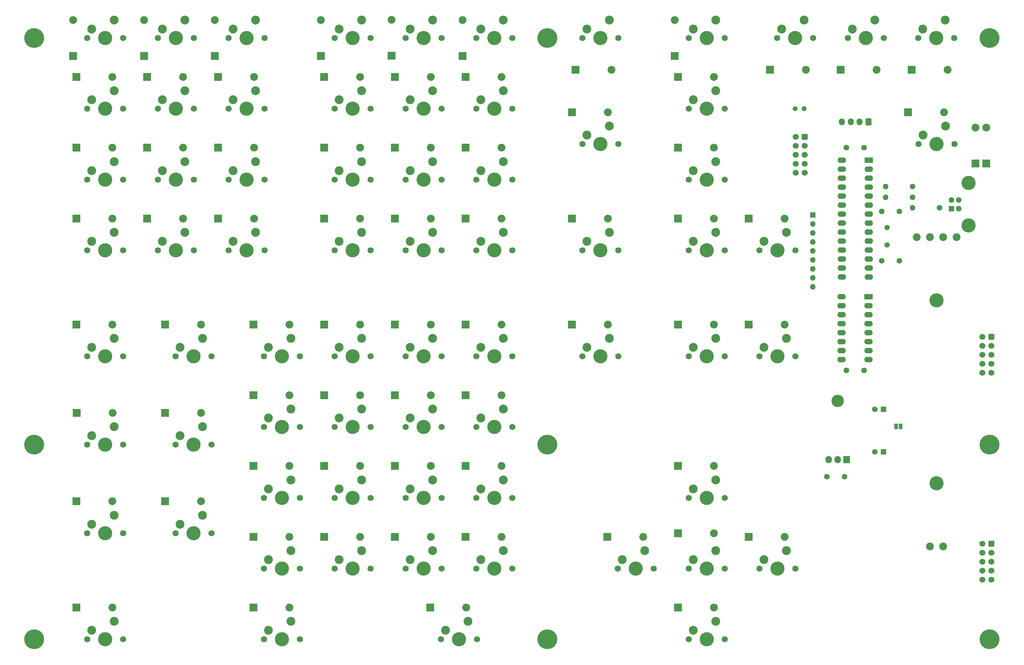
<source format=gbr>
%TF.GenerationSoftware,KiCad,Pcbnew,7.0.5*%
%TF.CreationDate,2023-09-10T17:56:05+02:00*%
%TF.ProjectId,CMD_Board,434d445f-426f-4617-9264-2e6b69636164,rev?*%
%TF.SameCoordinates,Original*%
%TF.FileFunction,Soldermask,Bot*%
%TF.FilePolarity,Negative*%
%FSLAX46Y46*%
G04 Gerber Fmt 4.6, Leading zero omitted, Abs format (unit mm)*
G04 Created by KiCad (PCBNEW 7.0.5) date 2023-09-10 17:56:05*
%MOMM*%
%LPD*%
G01*
G04 APERTURE LIST*
G04 Aperture macros list*
%AMRoundRect*
0 Rectangle with rounded corners*
0 $1 Rounding radius*
0 $2 $3 $4 $5 $6 $7 $8 $9 X,Y pos of 4 corners*
0 Add a 4 corners polygon primitive as box body*
4,1,4,$2,$3,$4,$5,$6,$7,$8,$9,$2,$3,0*
0 Add four circle primitives for the rounded corners*
1,1,$1+$1,$2,$3*
1,1,$1+$1,$4,$5*
1,1,$1+$1,$6,$7*
1,1,$1+$1,$8,$9*
0 Add four rect primitives between the rounded corners*
20,1,$1+$1,$2,$3,$4,$5,0*
20,1,$1+$1,$4,$5,$6,$7,0*
20,1,$1+$1,$6,$7,$8,$9,0*
20,1,$1+$1,$8,$9,$2,$3,0*%
G04 Aperture macros list end*
%ADD10R,1.000000X1.500000*%
%ADD11R,2.200000X2.200000*%
%ADD12O,2.200000X2.200000*%
%ADD13C,1.750000*%
%ADD14C,4.000000*%
%ADD15C,2.500000*%
%ADD16C,5.600000*%
%ADD17C,2.200000*%
%ADD18RoundRect,0.250000X0.600000X0.600000X-0.600000X0.600000X-0.600000X-0.600000X0.600000X-0.600000X0*%
%ADD19C,1.700000*%
%ADD20R,1.600000X1.600000*%
%ADD21C,1.600000*%
%ADD22C,1.400000*%
%ADD23O,1.400000X1.400000*%
%ADD24O,1.600000X1.600000*%
%ADD25C,1.500000*%
%ADD26O,3.500000X3.500000*%
%ADD27R,1.905000X2.000000*%
%ADD28O,1.905000X2.000000*%
%ADD29RoundRect,0.250000X0.600000X0.725000X-0.600000X0.725000X-0.600000X-0.725000X0.600000X-0.725000X0*%
%ADD30O,1.700000X1.950000*%
%ADD31R,2.400000X1.600000*%
%ADD32O,2.400000X1.600000*%
G04 APERTURE END LIST*
D10*
%TO.C,JP1*%
X289840000Y-129808000D03*
X288540000Y-129808000D03*
%TD*%
D11*
%TO.C,D58*%
X106920000Y-181000000D03*
D12*
X117080000Y-181000000D03*
%TD*%
D11*
%TO.C,D70*%
X246920000Y-161000000D03*
D12*
X257080000Y-161000000D03*
%TD*%
D13*
%TO.C,SW14*%
X149920000Y-20000000D03*
D14*
X155000000Y-20000000D03*
D13*
X160080000Y-20000000D03*
D15*
X151190000Y-17460000D03*
X157540000Y-14920000D03*
%TD*%
D13*
%TO.C,SW11*%
X79920000Y-80000000D03*
D14*
X85000000Y-80000000D03*
D13*
X90080000Y-80000000D03*
D15*
X81190000Y-77460000D03*
X87540000Y-74920000D03*
%TD*%
D13*
%TO.C,SW25*%
X199920000Y-20000000D03*
D14*
X205000000Y-20000000D03*
D13*
X210080000Y-20000000D03*
D15*
X201190000Y-17460000D03*
X207540000Y-14920000D03*
%TD*%
D16*
%TO.C,H2*%
X315000000Y-135000000D03*
%TD*%
D13*
%TO.C,SW56*%
X109920000Y-190000000D03*
D14*
X115000000Y-190000000D03*
D13*
X120080000Y-190000000D03*
D15*
X111190000Y-187460000D03*
X117540000Y-184920000D03*
%TD*%
D11*
%TO.C,D71*%
X226920000Y-181000000D03*
D12*
X237080000Y-181000000D03*
%TD*%
D11*
%TO.C,D44*%
X106920000Y-141000000D03*
D12*
X117080000Y-141000000D03*
%TD*%
D11*
%TO.C,D42*%
X106920000Y-101000000D03*
D12*
X117080000Y-101000000D03*
%TD*%
D13*
%TO.C,SW54*%
X169920000Y-150000000D03*
D14*
X175000000Y-150000000D03*
D13*
X180080000Y-150000000D03*
D15*
X171190000Y-147460000D03*
X177540000Y-144920000D03*
%TD*%
D13*
%TO.C,SW6*%
X99920000Y-40000000D03*
D14*
X105000000Y-40000000D03*
D13*
X110080000Y-40000000D03*
D15*
X101190000Y-37460000D03*
X107540000Y-34920000D03*
%TD*%
D11*
%TO.C,D14*%
X126000000Y-25080000D03*
D12*
X126000000Y-14920000D03*
%TD*%
D13*
%TO.C,SW52*%
X169920000Y-110000000D03*
D14*
X175000000Y-110000000D03*
D13*
X180080000Y-110000000D03*
D15*
X171190000Y-107460000D03*
X177540000Y-104920000D03*
%TD*%
D13*
%TO.C,SW20*%
X149920000Y-60000000D03*
D14*
X155000000Y-60000000D03*
D13*
X160080000Y-60000000D03*
D15*
X151190000Y-57460000D03*
X157540000Y-54920000D03*
%TD*%
D13*
%TO.C,SW12*%
X99920000Y-80000000D03*
D14*
X105000000Y-80000000D03*
D13*
X110080000Y-80000000D03*
D15*
X101190000Y-77460000D03*
X107540000Y-74920000D03*
%TD*%
D13*
%TO.C,SW35*%
X59920000Y-160000000D03*
D14*
X65000000Y-160000000D03*
D13*
X70080000Y-160000000D03*
D15*
X61190000Y-157460000D03*
X67540000Y-154920000D03*
%TD*%
D11*
%TO.C,D21*%
X126920000Y-51000000D03*
D12*
X137080000Y-51000000D03*
%TD*%
D13*
%TO.C,SW19*%
X129920000Y-60000000D03*
D14*
X135000000Y-60000000D03*
D13*
X140080000Y-60000000D03*
D15*
X131190000Y-57460000D03*
X137540000Y-54920000D03*
%TD*%
D11*
%TO.C,D40*%
X81920000Y-151000000D03*
D12*
X92080000Y-151000000D03*
%TD*%
D13*
%TO.C,SW28*%
X229920000Y-20000000D03*
D14*
X235000000Y-20000000D03*
D13*
X240080000Y-20000000D03*
D15*
X231190000Y-17460000D03*
X237540000Y-14920000D03*
%TD*%
D13*
%TO.C,SW26*%
X199920000Y-50000000D03*
D14*
X205000000Y-50000000D03*
D13*
X210080000Y-50000000D03*
D15*
X201190000Y-47460000D03*
X207540000Y-44920000D03*
%TD*%
D13*
%TO.C,SW13*%
X129920000Y-20000000D03*
D14*
X135000000Y-20000000D03*
D13*
X140080000Y-20000000D03*
D15*
X131190000Y-17460000D03*
X137540000Y-14920000D03*
%TD*%
D11*
%TO.C,D68*%
X206920000Y-161000000D03*
D12*
X217080000Y-161000000D03*
%TD*%
D11*
%TO.C,D17*%
X126920000Y-31000000D03*
D12*
X137080000Y-31000000D03*
%TD*%
D11*
%TO.C,D56*%
X166920000Y-141000000D03*
D12*
X177080000Y-141000000D03*
%TD*%
D13*
%TO.C,SW32*%
X249920000Y-80000000D03*
D14*
X255000000Y-80000000D03*
D13*
X260080000Y-80000000D03*
D15*
X251190000Y-77460000D03*
X257540000Y-74920000D03*
%TD*%
D13*
%TO.C,SW1*%
X59920000Y-20000000D03*
D14*
X65000000Y-20000000D03*
D13*
X70080000Y-20000000D03*
D15*
X61190000Y-17460000D03*
X67540000Y-14920000D03*
%TD*%
D11*
%TO.C,D49*%
X126920000Y-161000000D03*
D12*
X137080000Y-161000000D03*
%TD*%
D13*
%TO.C,SW3*%
X99920000Y-20000000D03*
D14*
X105000000Y-20000000D03*
D13*
X110080000Y-20000000D03*
D15*
X101190000Y-17460000D03*
X107540000Y-14920000D03*
%TD*%
D11*
%TO.C,D60*%
X196920000Y-101000000D03*
D12*
X207080000Y-101000000D03*
%TD*%
D13*
%TO.C,SW24*%
X169920000Y-80000000D03*
D14*
X175000000Y-80000000D03*
D13*
X180080000Y-80000000D03*
D15*
X171190000Y-77460000D03*
X177540000Y-74920000D03*
%TD*%
D11*
%TO.C,D29*%
X196920000Y-71000000D03*
D12*
X207080000Y-71000000D03*
%TD*%
D13*
%TO.C,SW60*%
X249920000Y-110000000D03*
D14*
X255000000Y-110000000D03*
D13*
X260080000Y-110000000D03*
D15*
X251190000Y-107460000D03*
X257540000Y-104920000D03*
%TD*%
D11*
%TO.C,D23*%
X166920000Y-51000000D03*
D12*
X177080000Y-51000000D03*
%TD*%
D11*
%TO.C,D52*%
X146920000Y-141000000D03*
D12*
X157080000Y-141000000D03*
%TD*%
D13*
%TO.C,SW68*%
X249920000Y-170000000D03*
D14*
X255000000Y-170000000D03*
D13*
X260080000Y-170000000D03*
D15*
X251190000Y-167460000D03*
X257540000Y-164920000D03*
%TD*%
D11*
%TO.C,D30*%
X226000000Y-25080000D03*
D12*
X226000000Y-14920000D03*
%TD*%
D13*
%TO.C,SW69*%
X229920000Y-190000000D03*
D14*
X235000000Y-190000000D03*
D13*
X240080000Y-190000000D03*
D15*
X231190000Y-187460000D03*
X237540000Y-184920000D03*
%TD*%
D16*
%TO.C,H5*%
X190000000Y-190000000D03*
%TD*%
D11*
%TO.C,D27*%
X197920000Y-29000000D03*
D12*
X208080000Y-29000000D03*
%TD*%
D11*
%TO.C,D31*%
X226920000Y-31000000D03*
D12*
X237080000Y-31000000D03*
%TD*%
D13*
%TO.C,SW57*%
X159920000Y-190000000D03*
D14*
X165000000Y-190000000D03*
D13*
X170080000Y-190000000D03*
D15*
X161190000Y-187460000D03*
X167540000Y-184920000D03*
%TD*%
D11*
%TO.C,D62*%
X246920000Y-101000000D03*
D12*
X257080000Y-101000000D03*
%TD*%
D13*
%TO.C,SW4*%
X59920000Y-40000000D03*
D14*
X65000000Y-40000000D03*
D13*
X70080000Y-40000000D03*
D15*
X61190000Y-37460000D03*
X67540000Y-34920000D03*
%TD*%
D13*
%TO.C,SW51*%
X149920000Y-170000000D03*
D14*
X155000000Y-170000000D03*
D13*
X160080000Y-170000000D03*
D15*
X151190000Y-167460000D03*
X157540000Y-164920000D03*
%TD*%
D13*
%TO.C,SW34*%
X59920000Y-135000000D03*
D14*
X65000000Y-135000000D03*
D13*
X70080000Y-135000000D03*
D15*
X61190000Y-132460000D03*
X67540000Y-129920000D03*
%TD*%
D11*
%TO.C,D67*%
X291920000Y-41000000D03*
D12*
X302080000Y-41000000D03*
%TD*%
D13*
%TO.C,SW66*%
X209920000Y-170000000D03*
D14*
X215000000Y-170000000D03*
D13*
X220080000Y-170000000D03*
D15*
X211190000Y-167460000D03*
X217540000Y-164920000D03*
%TD*%
D11*
%TO.C,D22*%
X146920000Y-51000000D03*
D12*
X157080000Y-51000000D03*
%TD*%
D13*
%TO.C,SW16*%
X129920000Y-40000000D03*
D14*
X135000000Y-40000000D03*
D13*
X140080000Y-40000000D03*
D15*
X131190000Y-37460000D03*
X137540000Y-34920000D03*
%TD*%
D11*
%TO.C,D9*%
X76920000Y-51000000D03*
D12*
X87080000Y-51000000D03*
%TD*%
D13*
%TO.C,SW22*%
X129920000Y-80000000D03*
D14*
X135000000Y-80000000D03*
D13*
X140080000Y-80000000D03*
D15*
X131190000Y-77460000D03*
X137540000Y-74920000D03*
%TD*%
D13*
%TO.C,SW17*%
X149920000Y-40000000D03*
D14*
X155000000Y-40000000D03*
D13*
X160080000Y-40000000D03*
D15*
X151190000Y-37460000D03*
X157540000Y-34920000D03*
%TD*%
D16*
%TO.C,H3*%
X190000000Y-135000000D03*
%TD*%
D13*
%TO.C,SW50*%
X149920000Y-150000000D03*
D14*
X155000000Y-150000000D03*
D13*
X160080000Y-150000000D03*
D15*
X151190000Y-147460000D03*
X157540000Y-144920000D03*
%TD*%
D13*
%TO.C,SW42*%
X109920000Y-150000000D03*
D14*
X115000000Y-150000000D03*
D13*
X120080000Y-150000000D03*
D15*
X111190000Y-147460000D03*
X117540000Y-144920000D03*
%TD*%
D13*
%TO.C,SW65*%
X294920000Y-50000000D03*
D14*
X300000000Y-50000000D03*
D13*
X305080000Y-50000000D03*
D15*
X296190000Y-47460000D03*
X302540000Y-44920000D03*
%TD*%
D11*
%TO.C,D69*%
X226920000Y-160000000D03*
D12*
X237080000Y-160000000D03*
%TD*%
D13*
%TO.C,SW33*%
X59920000Y-110000000D03*
D14*
X65000000Y-110000000D03*
D13*
X70080000Y-110000000D03*
D15*
X61190000Y-107460000D03*
X67540000Y-104920000D03*
%TD*%
D11*
%TO.C,D6*%
X76920000Y-31000000D03*
D12*
X87080000Y-31000000D03*
%TD*%
D13*
%TO.C,SW53*%
X169920000Y-130000000D03*
D14*
X175000000Y-130000000D03*
D13*
X180080000Y-130000000D03*
D15*
X171190000Y-127460000D03*
X177540000Y-124920000D03*
%TD*%
D13*
%TO.C,SW23*%
X149920000Y-80000000D03*
D14*
X155000000Y-80000000D03*
D13*
X160080000Y-80000000D03*
D15*
X151190000Y-77460000D03*
X157540000Y-74920000D03*
%TD*%
D11*
%TO.C,D59*%
X156920000Y-181000000D03*
D12*
X167080000Y-181000000D03*
%TD*%
D11*
%TO.C,D13*%
X96920000Y-71000000D03*
D12*
X107080000Y-71000000D03*
%TD*%
D13*
%TO.C,SW58*%
X199920000Y-110000000D03*
D14*
X205000000Y-110000000D03*
D13*
X210080000Y-110000000D03*
D15*
X201190000Y-107460000D03*
X207540000Y-104920000D03*
%TD*%
D13*
%TO.C,SW29*%
X229920000Y-40000000D03*
D14*
X235000000Y-40000000D03*
D13*
X240080000Y-40000000D03*
D15*
X231190000Y-37460000D03*
X237540000Y-34920000D03*
%TD*%
D13*
%TO.C,SW36*%
X84920000Y-110000000D03*
D14*
X90000000Y-110000000D03*
D13*
X95080000Y-110000000D03*
D15*
X86190000Y-107460000D03*
X92540000Y-104920000D03*
%TD*%
D13*
%TO.C,SW49*%
X149920000Y-130000000D03*
D14*
X155000000Y-130000000D03*
D13*
X160080000Y-130000000D03*
D15*
X151190000Y-127460000D03*
X157540000Y-124920000D03*
%TD*%
D13*
%TO.C,SW45*%
X129920000Y-130000000D03*
D14*
X135000000Y-130000000D03*
D13*
X140080000Y-130000000D03*
D15*
X131190000Y-127460000D03*
X137540000Y-124920000D03*
%TD*%
D11*
%TO.C,D51*%
X146920000Y-121000000D03*
D12*
X157080000Y-121000000D03*
%TD*%
D13*
%TO.C,SW37*%
X84920000Y-135000000D03*
D14*
X90000000Y-135000000D03*
D13*
X95080000Y-135000000D03*
D15*
X86190000Y-132460000D03*
X92540000Y-129920000D03*
%TD*%
D11*
%TO.C,D8*%
X56920000Y-51000000D03*
D12*
X67080000Y-51000000D03*
%TD*%
D13*
%TO.C,SW9*%
X99920000Y-60000000D03*
D14*
X105000000Y-60000000D03*
D13*
X110080000Y-60000000D03*
D15*
X101190000Y-57460000D03*
X107540000Y-54920000D03*
%TD*%
D13*
%TO.C,SW55*%
X169920000Y-170000000D03*
D14*
X175000000Y-170000000D03*
D13*
X180080000Y-170000000D03*
D15*
X171190000Y-167460000D03*
X177540000Y-164920000D03*
%TD*%
D11*
%TO.C,D45*%
X106920000Y-161000000D03*
D12*
X117080000Y-161000000D03*
%TD*%
D11*
%TO.C,D63*%
X252920000Y-29000000D03*
D12*
X263080000Y-29000000D03*
%TD*%
D11*
%TO.C,D47*%
X126920000Y-121000000D03*
D12*
X137080000Y-121000000D03*
%TD*%
D11*
%TO.C,D5*%
X56920000Y-31000000D03*
D12*
X67080000Y-31000000D03*
%TD*%
D11*
%TO.C,D53*%
X146920000Y-161000000D03*
D12*
X157080000Y-161000000D03*
%TD*%
D13*
%TO.C,SW15*%
X169920000Y-20000000D03*
D14*
X175000000Y-20000000D03*
D13*
X180080000Y-20000000D03*
D15*
X171190000Y-17460000D03*
X177540000Y-14920000D03*
%TD*%
D11*
%TO.C,D7*%
X96920000Y-31000000D03*
D12*
X107080000Y-31000000D03*
%TD*%
D11*
%TO.C,D26*%
X166920000Y-71000000D03*
D12*
X177080000Y-71000000D03*
%TD*%
D13*
%TO.C,SW63*%
X229920000Y-150000000D03*
D14*
X235000000Y-150000000D03*
D13*
X240080000Y-150000000D03*
D15*
X231190000Y-147460000D03*
X237540000Y-144920000D03*
%TD*%
D13*
%TO.C,SW8*%
X79920000Y-60000000D03*
D14*
X85000000Y-60000000D03*
D13*
X90080000Y-60000000D03*
D15*
X81190000Y-57460000D03*
X87540000Y-54920000D03*
%TD*%
D13*
%TO.C,SW18*%
X169920000Y-40000000D03*
D14*
X175000000Y-40000000D03*
D13*
X180080000Y-40000000D03*
D15*
X171190000Y-37460000D03*
X177540000Y-34920000D03*
%TD*%
D16*
%TO.C,H2*%
X190000000Y-20000000D03*
%TD*%
D11*
%TO.C,D32*%
X226920000Y-51000000D03*
D12*
X237080000Y-51000000D03*
%TD*%
D16*
%TO.C,H1*%
X45000000Y-135000000D03*
%TD*%
D11*
%TO.C,D41*%
X56920000Y-181000000D03*
D12*
X67080000Y-181000000D03*
%TD*%
D13*
%TO.C,SW62*%
X274920000Y-20000000D03*
D14*
X280000000Y-20000000D03*
D13*
X285080000Y-20000000D03*
D15*
X276190000Y-17460000D03*
X282540000Y-14920000D03*
%TD*%
D13*
%TO.C,SW47*%
X129920000Y-170000000D03*
D14*
X135000000Y-170000000D03*
D13*
X140080000Y-170000000D03*
D15*
X131190000Y-167460000D03*
X137540000Y-164920000D03*
%TD*%
D11*
%TO.C,D66*%
X292920000Y-29000000D03*
D12*
X303080000Y-29000000D03*
%TD*%
D16*
%TO.C,H4*%
X45000000Y-20000000D03*
%TD*%
D11*
%TO.C,D28*%
X196920000Y-41000000D03*
D12*
X207080000Y-41000000D03*
%TD*%
D13*
%TO.C,SW61*%
X254920000Y-20000000D03*
D14*
X260000000Y-20000000D03*
D13*
X265080000Y-20000000D03*
D15*
X256190000Y-17460000D03*
X262540000Y-14920000D03*
%TD*%
D11*
%TO.C,D57*%
X166920000Y-161000000D03*
D12*
X177080000Y-161000000D03*
%TD*%
D11*
%TO.C,D46*%
X126920000Y-101000000D03*
D12*
X137080000Y-101000000D03*
%TD*%
D11*
%TO.C,D64*%
X272920000Y-29000000D03*
D12*
X283080000Y-29000000D03*
%TD*%
D11*
%TO.C,D4*%
X96000000Y-25080000D03*
D12*
X96000000Y-14920000D03*
%TD*%
D13*
%TO.C,SW43*%
X109920000Y-170000000D03*
D14*
X115000000Y-170000000D03*
D13*
X120080000Y-170000000D03*
D15*
X111190000Y-167460000D03*
X117540000Y-164920000D03*
%TD*%
D11*
%TO.C,D65*%
X226920000Y-141000000D03*
D12*
X237080000Y-141000000D03*
%TD*%
D11*
%TO.C,D24*%
X126920000Y-71000000D03*
D12*
X137080000Y-71000000D03*
%TD*%
D13*
%TO.C,SW27*%
X199920000Y-80000000D03*
D14*
X205000000Y-80000000D03*
D13*
X210080000Y-80000000D03*
D15*
X201190000Y-77460000D03*
X207540000Y-74920000D03*
%TD*%
D11*
%TO.C,D35*%
X56920000Y-101000000D03*
D12*
X67080000Y-101000000D03*
%TD*%
D13*
%TO.C,SW40*%
X109920000Y-110000000D03*
D14*
X115000000Y-110000000D03*
D13*
X120080000Y-110000000D03*
D15*
X111190000Y-107460000D03*
X117540000Y-104920000D03*
%TD*%
D16*
%TO.C,H6*%
X45000000Y-190000000D03*
%TD*%
D11*
%TO.C,D43*%
X106920000Y-121000000D03*
D12*
X117080000Y-121000000D03*
%TD*%
D11*
%TO.C,D12*%
X76920000Y-71000000D03*
D12*
X87080000Y-71000000D03*
%TD*%
D13*
%TO.C,SW31*%
X229920000Y-80000000D03*
D14*
X235000000Y-80000000D03*
D13*
X240080000Y-80000000D03*
D15*
X231190000Y-77460000D03*
X237540000Y-74920000D03*
%TD*%
D16*
%TO.C,H2*%
X315000000Y-190000000D03*
%TD*%
D13*
%TO.C,SW64*%
X294840000Y-20000000D03*
D14*
X299920000Y-20000000D03*
D13*
X305000000Y-20000000D03*
D15*
X296110000Y-17460000D03*
X302460000Y-14920000D03*
%TD*%
D11*
%TO.C,D20*%
X166920000Y-31000000D03*
D12*
X177080000Y-31000000D03*
%TD*%
D16*
%TO.C,H2*%
X315000000Y-20000000D03*
%TD*%
D11*
%TO.C,D33*%
X226920000Y-71000000D03*
D12*
X237080000Y-71000000D03*
%TD*%
D11*
%TO.C,D34*%
X246920000Y-71000000D03*
D12*
X257080000Y-71000000D03*
%TD*%
D11*
%TO.C,D55*%
X166920000Y-121000000D03*
D12*
X177080000Y-121000000D03*
%TD*%
D13*
%TO.C,SW10*%
X59920000Y-80000000D03*
D14*
X65000000Y-80000000D03*
D13*
X70080000Y-80000000D03*
D15*
X61190000Y-77460000D03*
X67540000Y-74920000D03*
%TD*%
D11*
%TO.C,D2*%
X56000000Y-25080000D03*
D12*
X56000000Y-14920000D03*
%TD*%
D11*
%TO.C,D15*%
X146000000Y-25000000D03*
D12*
X146000000Y-14840000D03*
%TD*%
D11*
%TO.C,D36*%
X57000000Y-126000000D03*
D12*
X67160000Y-126000000D03*
%TD*%
D11*
%TO.C,D10*%
X96920000Y-51000000D03*
D12*
X107080000Y-51000000D03*
%TD*%
D13*
%TO.C,SW7*%
X59920000Y-60000000D03*
D14*
X65000000Y-60000000D03*
D13*
X70080000Y-60000000D03*
D15*
X61190000Y-57460000D03*
X67540000Y-54920000D03*
%TD*%
D13*
%TO.C,SW38*%
X84920000Y-160000000D03*
D14*
X90000000Y-160000000D03*
D13*
X95080000Y-160000000D03*
D15*
X86190000Y-157460000D03*
X92540000Y-154920000D03*
%TD*%
D11*
%TO.C,D50*%
X146920000Y-101000000D03*
D12*
X157080000Y-101000000D03*
%TD*%
D11*
%TO.C,D19*%
X146920000Y-31000000D03*
D12*
X157080000Y-31000000D03*
%TD*%
D13*
%TO.C,SW30*%
X229920000Y-60000000D03*
D14*
X235000000Y-60000000D03*
D13*
X240080000Y-60000000D03*
D15*
X231190000Y-57460000D03*
X237540000Y-54920000D03*
%TD*%
D13*
%TO.C,SW21*%
X169920000Y-60000000D03*
D14*
X175000000Y-60000000D03*
D13*
X180080000Y-60000000D03*
D15*
X171190000Y-57460000D03*
X177540000Y-54920000D03*
%TD*%
D11*
%TO.C,D38*%
X81920000Y-101000000D03*
D12*
X92080000Y-101000000D03*
%TD*%
D11*
%TO.C,D48*%
X126920000Y-141000000D03*
D12*
X137080000Y-141000000D03*
%TD*%
D13*
%TO.C,SW67*%
X229920000Y-170000000D03*
D14*
X235000000Y-170000000D03*
D13*
X240080000Y-170000000D03*
D15*
X231190000Y-167460000D03*
X237540000Y-164920000D03*
%TD*%
D11*
%TO.C,D3*%
X76000000Y-25080000D03*
D12*
X76000000Y-14920000D03*
%TD*%
D11*
%TO.C,D54*%
X166920000Y-101000000D03*
D12*
X177080000Y-101000000D03*
%TD*%
D11*
%TO.C,D11*%
X56920000Y-71000000D03*
D12*
X67080000Y-71000000D03*
%TD*%
D11*
%TO.C,D37*%
X56920000Y-151000000D03*
D12*
X67080000Y-151000000D03*
%TD*%
D13*
%TO.C,SW46*%
X129920000Y-150000000D03*
D14*
X135000000Y-150000000D03*
D13*
X140080000Y-150000000D03*
D15*
X131190000Y-147460000D03*
X137540000Y-144920000D03*
%TD*%
D13*
%TO.C,SW41*%
X109920000Y-130000000D03*
D14*
X115000000Y-130000000D03*
D13*
X120080000Y-130000000D03*
D15*
X111190000Y-127460000D03*
X117540000Y-124920000D03*
%TD*%
D13*
%TO.C,SW5*%
X79920000Y-40000000D03*
D14*
X85000000Y-40000000D03*
D13*
X90080000Y-40000000D03*
D15*
X81190000Y-37460000D03*
X87540000Y-34920000D03*
%TD*%
D11*
%TO.C,D25*%
X146920000Y-71000000D03*
D12*
X157080000Y-71000000D03*
%TD*%
D11*
%TO.C,D61*%
X226920000Y-101000000D03*
D12*
X237080000Y-101000000D03*
%TD*%
D17*
%TO.C,RV1*%
X298120000Y-76250000D03*
X294370000Y-76250000D03*
X298120000Y-163750000D03*
X301880000Y-76250000D03*
X305630000Y-76250000D03*
X301880000Y-163750000D03*
D14*
X300000000Y-94150000D03*
X300000000Y-145850000D03*
%TD*%
D13*
%TO.C,SW44*%
X129920000Y-110000000D03*
D14*
X135000000Y-110000000D03*
D13*
X140080000Y-110000000D03*
D15*
X131190000Y-107460000D03*
X137540000Y-104920000D03*
%TD*%
D11*
%TO.C,D39*%
X81920000Y-126000000D03*
D12*
X92080000Y-126000000D03*
%TD*%
D13*
%TO.C,SW39*%
X59920000Y-190000000D03*
D14*
X65000000Y-190000000D03*
D13*
X70080000Y-190000000D03*
D15*
X61190000Y-187460000D03*
X67540000Y-184920000D03*
%TD*%
D13*
%TO.C,SW48*%
X149920000Y-110000000D03*
D14*
X155000000Y-110000000D03*
D13*
X160080000Y-110000000D03*
D15*
X151190000Y-107460000D03*
X157540000Y-104920000D03*
%TD*%
D11*
%TO.C,D16*%
X166000000Y-25080000D03*
D12*
X166000000Y-14920000D03*
%TD*%
D13*
%TO.C,SW59*%
X229920000Y-110000000D03*
D14*
X235000000Y-110000000D03*
D13*
X240080000Y-110000000D03*
D15*
X231190000Y-107460000D03*
X237540000Y-104920000D03*
%TD*%
D13*
%TO.C,SW2*%
X79920000Y-20000000D03*
D14*
X85000000Y-20000000D03*
D13*
X90080000Y-20000000D03*
D15*
X81190000Y-17460000D03*
X87540000Y-14920000D03*
%TD*%
D18*
%TO.C,J4*%
X315500000Y-163000000D03*
D19*
X312960000Y-163000000D03*
X315500000Y-165540000D03*
X312960000Y-165540000D03*
X315500000Y-168080000D03*
X312960000Y-168080000D03*
X315500000Y-170620000D03*
X312960000Y-170620000D03*
X315500000Y-173160000D03*
X312960000Y-173160000D03*
%TD*%
D18*
%TO.C,J5*%
X315500000Y-104500000D03*
D19*
X312960000Y-104500000D03*
X315500000Y-107040000D03*
X312960000Y-107040000D03*
X315500000Y-109580000D03*
X312960000Y-109580000D03*
X315500000Y-112120000D03*
X312960000Y-112120000D03*
X315500000Y-114660000D03*
X312960000Y-114660000D03*
%TD*%
D11*
%TO.C,D18*%
X314000000Y-55500000D03*
D12*
X314000000Y-45340000D03*
%TD*%
D20*
%TO.C,J1*%
X304212500Y-68250000D03*
D21*
X304212500Y-65750000D03*
X306212500Y-65750000D03*
X306212500Y-68250000D03*
D14*
X309072500Y-61000000D03*
X309072500Y-73000000D03*
%TD*%
D22*
%TO.C,R4*%
X260000000Y-40000000D03*
D23*
X262540000Y-40000000D03*
%TD*%
D21*
%TO.C,C1*%
X279500000Y-51000000D03*
X274500000Y-51000000D03*
%TD*%
D18*
%TO.C,J2*%
X262752500Y-47920000D03*
D19*
X260212500Y-47920000D03*
X262752500Y-50460000D03*
X260212500Y-50460000D03*
X262752500Y-53000000D03*
X260212500Y-53000000D03*
X262752500Y-55540000D03*
X260212500Y-55540000D03*
X262752500Y-58080000D03*
X260212500Y-58080000D03*
%TD*%
D21*
%TO.C,R3*%
X293190000Y-65000000D03*
D24*
X285570000Y-65000000D03*
%TD*%
D20*
%TO.C,C6*%
X285000000Y-137000000D03*
D21*
X282500000Y-137000000D03*
%TD*%
D25*
%TO.C,Y1*%
X286000000Y-78450000D03*
X286000000Y-73550000D03*
%TD*%
D21*
%TO.C,R1*%
X300810000Y-68000000D03*
D24*
X293190000Y-68000000D03*
%TD*%
D11*
%TO.C,D1*%
X311000000Y-55500000D03*
D12*
X311000000Y-45340000D03*
%TD*%
D21*
%TO.C,C3*%
X289500000Y-69000000D03*
X284500000Y-69000000D03*
%TD*%
D26*
%TO.C,U2*%
X272000000Y-122570000D03*
D27*
X274540000Y-139230000D03*
D28*
X272000000Y-139230000D03*
X269460000Y-139230000D03*
%TD*%
D29*
%TO.C,J3*%
X280750000Y-43700000D03*
D30*
X278250000Y-43700000D03*
X275750000Y-43700000D03*
X273250000Y-43700000D03*
%TD*%
D20*
%TO.C,RN1*%
X265000000Y-70000000D03*
D24*
X265000000Y-72540000D03*
X265000000Y-75080000D03*
X265000000Y-77620000D03*
X265000000Y-80160000D03*
X265000000Y-82700000D03*
X265000000Y-85240000D03*
X265000000Y-87780000D03*
X265000000Y-90320000D03*
%TD*%
D31*
%TO.C,U3*%
X280825000Y-54500000D03*
D32*
X280825000Y-57040000D03*
X280825000Y-59580000D03*
X280825000Y-62120000D03*
X280825000Y-64660000D03*
X280825000Y-67200000D03*
X280825000Y-69740000D03*
X280825000Y-72280000D03*
X280825000Y-74820000D03*
X280825000Y-77360000D03*
X280825000Y-79900000D03*
X280825000Y-82440000D03*
X280825000Y-84980000D03*
X280825000Y-87520000D03*
X273205000Y-87520000D03*
X273205000Y-84980000D03*
X273205000Y-82440000D03*
X273205000Y-79900000D03*
X273205000Y-77360000D03*
X273205000Y-74820000D03*
X273205000Y-72280000D03*
X273205000Y-69740000D03*
X273205000Y-67200000D03*
X273205000Y-64660000D03*
X273205000Y-62120000D03*
X273205000Y-59580000D03*
X273205000Y-57040000D03*
X273205000Y-54500000D03*
%TD*%
D20*
%TO.C,C7*%
X285000000Y-125000000D03*
D21*
X282500000Y-125000000D03*
%TD*%
%TO.C,R2*%
X293190000Y-62000000D03*
D24*
X285570000Y-62000000D03*
%TD*%
D21*
%TO.C,C2*%
X279500000Y-114000000D03*
X274500000Y-114000000D03*
%TD*%
D31*
%TO.C,U1*%
X280800000Y-93125000D03*
D32*
X280800000Y-95665000D03*
X280800000Y-98205000D03*
X280800000Y-100745000D03*
X280800000Y-103285000D03*
X280800000Y-105825000D03*
X280800000Y-108365000D03*
X280800000Y-110905000D03*
X273180000Y-110905000D03*
X273180000Y-108365000D03*
X273180000Y-105825000D03*
X273180000Y-103285000D03*
X273180000Y-100745000D03*
X273180000Y-98205000D03*
X273180000Y-95665000D03*
X273180000Y-93125000D03*
%TD*%
D21*
%TO.C,C5*%
X269000000Y-144000000D03*
X274000000Y-144000000D03*
%TD*%
%TO.C,C4*%
X289500000Y-83000000D03*
X284500000Y-83000000D03*
%TD*%
M02*

</source>
